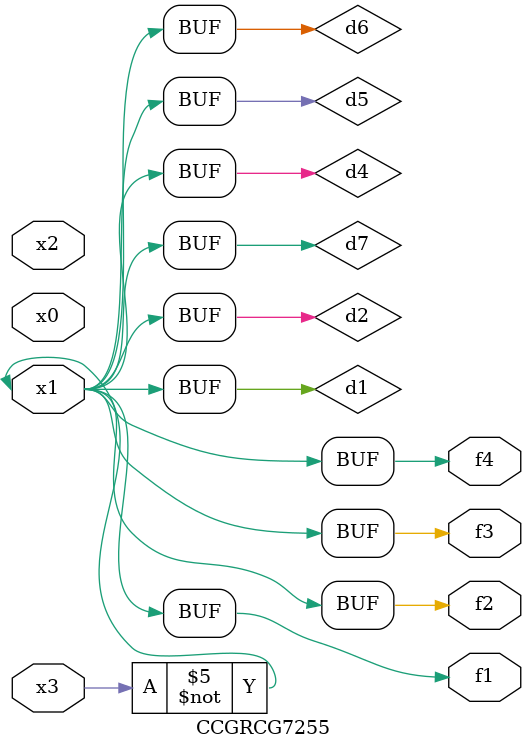
<source format=v>
module CCGRCG7255(
	input x0, x1, x2, x3,
	output f1, f2, f3, f4
);

	wire d1, d2, d3, d4, d5, d6, d7;

	not (d1, x3);
	buf (d2, x1);
	xnor (d3, d1, d2);
	nor (d4, d1);
	buf (d5, d1, d2);
	buf (d6, d4, d5);
	nand (d7, d4);
	assign f1 = d6;
	assign f2 = d7;
	assign f3 = d6;
	assign f4 = d6;
endmodule

</source>
